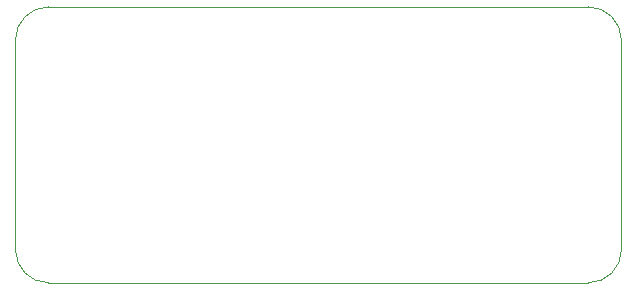
<source format=gbr>
%TF.GenerationSoftware,KiCad,Pcbnew,(5.99.0-6542-g16b0689841)*%
%TF.CreationDate,2021-01-03T15:15:32-08:00*%
%TF.ProjectId,SX1303,53583133-3033-42e6-9b69-6361645f7063,rev?*%
%TF.SameCoordinates,Original*%
%TF.FileFunction,Profile,NP*%
%FSLAX46Y46*%
G04 Gerber Fmt 4.6, Leading zero omitted, Abs format (unit mm)*
G04 Created by KiCad (PCBNEW (5.99.0-6542-g16b0689841)) date 2021-01-03 15:15:32*
%MOMM*%
%LPD*%
G01*
G04 APERTURE LIST*
%TA.AperFunction,Profile*%
%ADD10C,0.050000*%
%TD*%
G04 APERTURE END LIST*
D10*
%TO.C,A1*%
X102900000Y-58650000D02*
X102900000Y-76430000D01*
X151410000Y-55860000D02*
X105690000Y-55860000D01*
X151410000Y-79220000D02*
X105690000Y-79220000D01*
X154200000Y-58650000D02*
X154200000Y-76430000D01*
X102900000Y-58650000D02*
G75*
G02*
X105690000Y-55860000I2790000J0D01*
G01*
X151410000Y-55860000D02*
G75*
G02*
X154200000Y-58650000I0J-2790000D01*
G01*
X105690000Y-79220000D02*
G75*
G02*
X102900000Y-76430000I0J2790000D01*
G01*
X154200000Y-76430000D02*
G75*
G02*
X151410000Y-79220000I-2790000J0D01*
G01*
%TD*%
M02*

</source>
